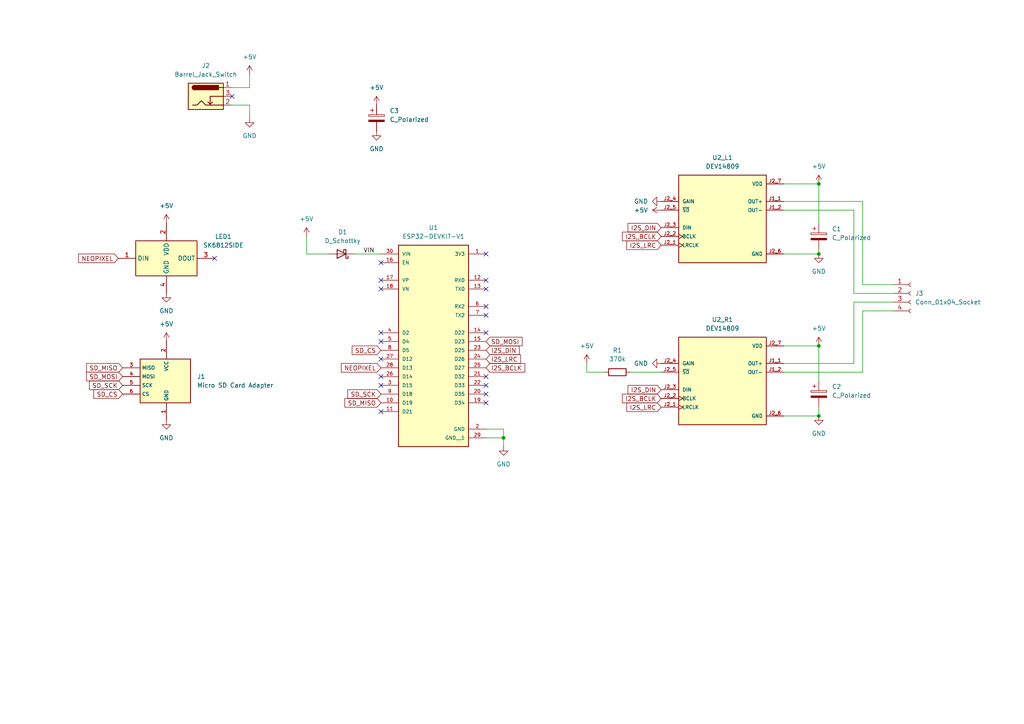
<source format=kicad_sch>
(kicad_sch (version 20231120) (generator "eeschema") (generator_version "8.0")
  (paper "A4")
  (lib_symbols
    (symbol "Connector:Barrel_Jack_Switch" (pin_names hide)
      (property "Reference" "J" (at 0 5.334 0))
      (property "Value" "Barrel_Jack_Switch" (at 0 -5.08 0))
      (symbol "Barrel_Jack_Switch_0_1"
        (rectangle (start -5.08 3.81) (end 5.08 -3.81) (stroke (width 0.254)) (fill (type background)))
        (arc (start -3.302 3.175) (mid -3.9343 2.54) (end -3.302 1.905) (stroke (width 0.254)))
        (arc (start -3.302 3.175) (mid -3.9343 2.54) (end -3.302 1.905) (stroke (width 0.254)) (fill (type outline)))
        (polyline (pts (xy 1.27 -2.286) (xy 1.905 -1.651)) (stroke (width 0.254)))
        (polyline (pts (xy 5.08 2.54) (xy 3.81 2.54)) (stroke (width 0.254)))
        (polyline (pts (xy 5.08 0) (xy 1.27 0) (xy 1.27 -2.286) (xy 0.635 -1.651)) (stroke (width 0.254)))
        (polyline (pts (xy -3.81 -2.54) (xy -2.54 -2.54) (xy -1.27 -1.27) (xy 0 -2.54) (xy 2.54 -2.54) (xy 5.08 -2.54)) (stroke (width 0.254)))
        (rectangle (start 3.683 3.175) (end -3.302 1.905) (stroke (width 0.254)) (fill (type outline)))
      )
      (symbol "Barrel_Jack_Switch_1_1"
        (pin passive line (at 7.62 2.54 180) (length 2.54) (name "~") (number "1"))
        (pin passive line (at 7.62 -2.54 180) (length 2.54) (name "~") (number "2"))
        (pin passive line (at 7.62 0 180) (length 2.54) (name "~") (number "3"))
      )
    )
    (symbol "Connector:Conn_01x04_Socket" (pin_names (offset 1.016) hide)
      (property "Reference" "J" (at 0 5.08 0))
      (property "Value" "Conn_01x04_Socket" (at 0 -7.62 0))
      (symbol "Conn_01x04_Socket_1_1"
        (arc (start 0 -4.572) (mid -0.5058 -5.08) (end 0 -5.588) (stroke (width 0.1524)))
        (arc (start 0 -2.032) (mid -0.5058 -2.54) (end 0 -3.048) (stroke (width 0.1524)))
        (polyline (pts (xy -1.27 -5.08) (xy -0.508 -5.08)) (stroke (width 0.1524)))
        (polyline (pts (xy -1.27 -2.54) (xy -0.508 -2.54)) (stroke (width 0.1524)))
        (polyline (pts (xy -1.27 0) (xy -0.508 0)) (stroke (width 0.1524)))
        (polyline (pts (xy -1.27 2.54) (xy -0.508 2.54)) (stroke (width 0.1524)))
        (arc (start 0 0.508) (mid -0.5058 0) (end 0 -0.508) (stroke (width 0.1524)))
        (arc (start 0 3.048) (mid -0.5058 2.54) (end 0 2.032) (stroke (width 0.1524)))
        (pin passive line (at -5.08 2.54 0) (length 3.81) (name "Pin_1") (number "1"))
        (pin passive line (at -5.08 0 0) (length 3.81) (name "Pin_2") (number "2"))
        (pin passive line (at -5.08 -2.54 0) (length 3.81) (name "Pin_3") (number "3"))
        (pin passive line (at -5.08 -5.08 0) (length 3.81) (name "Pin_4") (number "4"))
      )
    )
    (symbol "Device:C_Polarized" (pin_numbers hide) (pin_names (offset 0.254))
      (property "Reference" "C" (at 0.635 2.54 0))
      (property "Value" "C_Polarized" (at 0.635 -2.54 0))
      (symbol "C_Polarized_0_1"
        (rectangle (start -2.286 0.508) (end 2.286 1.016))
        (polyline (pts (xy -1.778 2.286) (xy -0.762 2.286)))
        (polyline (pts (xy -1.27 2.794) (xy -1.27 1.778)))
        (rectangle (start 2.286 -0.508) (end -2.286 -1.016) (fill (type outline)))
      )
      (symbol "C_Polarized_1_1"
        (pin passive line (at 0 3.81 270) (length 2.794) (name "~") (number "1"))
        (pin passive line (at 0 -3.81 90) (length 2.794) (name "~") (number "2"))
      )
    )
    (symbol "Device:D_Schottky" (pin_numbers hide) (pin_names (offset 1.016) hide)
      (property "Reference" "D" (at 0 2.54 0))
      (property "Value" "D_Schottky" (at 0 -2.54 0))
      (symbol "D_Schottky_0_1"
        (polyline (pts (xy 1.27 0) (xy -1.27 0)))
        (polyline (pts (xy 1.27 1.27) (xy 1.27 -1.27) (xy -1.27 0) (xy 1.27 1.27)) (stroke (width 0.254)))
        (polyline (pts (xy -1.905 0.635) (xy -1.905 1.27) (xy -1.27 1.27) (xy -1.27 -1.27) (xy -0.635 -1.27) (xy -0.635 -0.635)) (stroke (width 0.254)))
      )
      (symbol "D_Schottky_1_1"
        (pin passive line (at -3.81 0 0) (length 2.54) (name "K") (number "1"))
        (pin passive line (at 3.81 0 180) (length 2.54) (name "A") (number "2"))
      )
    )
    (symbol "Device:R" (pin_numbers hide) (pin_names (offset 0))
      (property "Reference" "R" (at 2.032 0 90))
      (property "Value" "R" (at 0 0 90))
      (symbol "R_0_1"
        (rectangle (start -1.016 -2.54) (end 1.016 2.54) (stroke (width 0.254)))
      )
      (symbol "R_1_1"
        (pin passive line (at 0 3.81 270) (length 1.27) (name "~") (number "1"))
        (pin passive line (at 0 -3.81 90) (length 1.27) (name "~") (number "2"))
      )
    )
    (symbol "ESP32-DEVKIT-V1:ESP32-DEVKIT-V1" (pin_names (offset 1.016))
      (property "Reference" "U" (at -10.16 30.48 0))
      (property "Value" "ESP32-DEVKIT-V1" (at -10.16 -33.02 0))
      (symbol "ESP32-DEVKIT-V1_0_0"
        (rectangle (start -10.16 -30.48) (end 10.16 27.94) (stroke (width 0.254)) (fill (type background)))
        (pin output line (at 15.24 25.4 180) (length 5.08) (name "3V3") (number "1"))
        (pin bidirectional line (at -15.24 -17.78 0) (length 5.08) (name "D19") (number "10"))
        (pin bidirectional line (at -15.24 -20.32 0) (length 5.08) (name "D21") (number "11"))
        (pin input line (at 15.24 17.78 180) (length 5.08) (name "RX0") (number "12"))
        (pin output line (at 15.24 15.24 180) (length 5.08) (name "TX0") (number "13"))
        (pin bidirectional line (at 15.24 2.54 180) (length 5.08) (name "D22") (number "14"))
        (pin bidirectional line (at 15.24 0 180) (length 5.08) (name "D23") (number "15"))
        (pin input line (at -15.24 22.86 0) (length 5.08) (name "EN") (number "16"))
        (pin bidirectional line (at -15.24 17.78 0) (length 5.08) (name "VP") (number "17"))
        (pin bidirectional line (at -15.24 15.24 0) (length 5.08) (name "VN") (number "18"))
        (pin bidirectional line (at 15.24 -17.78 180) (length 5.08) (name "D34") (number "19"))
        (pin power_in line (at 15.24 -25.4 180) (length 5.08) (name "GND") (number "2"))
        (pin bidirectional line (at 15.24 -15.24 180) (length 5.08) (name "D35") (number "20"))
        (pin bidirectional line (at 15.24 -10.16 180) (length 5.08) (name "D32") (number "21"))
        (pin bidirectional line (at 15.24 -12.7 180) (length 5.08) (name "D33") (number "22"))
        (pin bidirectional line (at 15.24 -2.54 180) (length 5.08) (name "D25") (number "23"))
        (pin bidirectional line (at 15.24 -5.08 180) (length 5.08) (name "D26") (number "24"))
        (pin bidirectional line (at 15.24 -7.62 180) (length 5.08) (name "D27") (number "25"))
        (pin bidirectional line (at -15.24 -10.16 0) (length 5.08) (name "D14") (number "26"))
        (pin bidirectional line (at -15.24 -5.08 0) (length 5.08) (name "D12") (number "27"))
        (pin bidirectional line (at -15.24 -7.62 0) (length 5.08) (name "D13") (number "28"))
        (pin power_in line (at 15.24 -27.94 180) (length 5.08) (name "GND__1") (number "29"))
        (pin bidirectional line (at -15.24 -12.7 0) (length 5.08) (name "D15") (number "3"))
        (pin input line (at -15.24 25.4 0) (length 5.08) (name "VIN") (number "30"))
        (pin bidirectional line (at -15.24 2.54 0) (length 5.08) (name "D2") (number "4"))
        (pin bidirectional line (at -15.24 0 0) (length 5.08) (name "D4") (number "5"))
        (pin input line (at 15.24 10.16 180) (length 5.08) (name "RX2") (number "6"))
        (pin output line (at 15.24 7.62 180) (length 5.08) (name "TX2") (number "7"))
        (pin bidirectional line (at -15.24 -2.54 0) (length 5.08) (name "D5") (number "8"))
        (pin bidirectional line (at -15.24 -15.24 0) (length 5.08) (name "D18") (number "9"))
      )
    )
    (symbol "MAX98357A:DEV14809" (pin_names (offset 1.016))
      (property "Reference" "U" (at -12.7 12.7 0))
      (property "Value" "DEV14809" (at -12.7 -15.24 0))
      (symbol "DEV14809_0_0"
        (rectangle (start -12.7 -12.7) (end 12.7 12.7) (stroke (width 0.254)) (fill (type background)))
        (pin output line (at 17.78 5.08 180) (length 5.08) (name "OUT+") (number "J1_1"))
        (pin output line (at 17.78 2.54 180) (length 5.08) (name "OUT-") (number "J1_2"))
        (pin input clock (at -17.78 -7.62 0) (length 5.08) (name "LRCLK") (number "J2_1"))
        (pin input clock (at -17.78 -5.08 0) (length 5.08) (name "BCLK") (number "J2_2"))
        (pin input line (at -17.78 -2.54 0) (length 5.08) (name "DIN") (number "J2_3"))
        (pin input line (at -17.78 5.08 0) (length 5.08) (name "GAIN") (number "J2_4"))
        (pin input line (at -17.78 2.54 0) (length 5.08) (name "~{SD}") (number "J2_5"))
        (pin power_in line (at 17.78 -10.16 180) (length 5.08) (name "GND") (number "J2_6"))
        (pin power_in line (at 17.78 10.16 180) (length 5.08) (name "VDD") (number "J2_7"))
      )
    )
    (symbol "SDCardAdapter:SDCardAdapter"
      (property "Reference" "J" (at -6.604 7.62 0))
      (property "Value" "Micro SD Card Adapter" (at 19.304 0 0))
      (symbol "SDCardAdapter_0_1"
        (rectangle (start -7.62 6.35) (end 6.985 -6.35) (stroke (width 0.254)) (fill (type background)))
      )
      (symbol "SDCardAdapter_1_0"
        (pin power_in line (at 0 -11.43 90) (length 5.08) (name "GND") (number "1"))
        (pin power_in line (at 0 11.43 270) (length 5.08) (name "VCC") (number "2"))
        (pin bidirectional line (at -12.7 3.81 0) (length 5.08) (name "MISO") (number "3"))
        (pin bidirectional line (at -12.7 1.27 0) (length 5.08) (name "MOSI") (number "4"))
        (pin bidirectional line (at -12.7 -1.27 0) (length 5.08) (name "SCK") (number "5"))
        (pin bidirectional line (at -12.7 -3.81 0) (length 5.08) (name "CS") (number "6"))
      )
    )
    (symbol "SK6812SIDE:SK6812SIDE"
      (property "Reference" "LED" (at -9.144 7.366 0))
      (property "Value" "SK6812SIDE" (at 0.508 -5.842 0))
      (symbol "SK6812SIDE_1_1"
        (rectangle (start -8.89 5.08) (end 8.89 -5.08) (stroke (width 0.254)) (fill (type background)))
        (pin passive line (at -13.97 0 0) (length 5.08) (name "DIN") (number "1"))
        (pin passive line (at 0 10.16 270) (length 5.08) (name "VDD") (number "2"))
        (pin passive line (at 13.97 0 180) (length 5.08) (name "DOUT") (number "3"))
        (pin passive line (at 0 -10.16 90) (length 5.08) (name "GND") (number "4"))
      )
    )
    (symbol "power:+5V" (power) (pin_numbers hide) (pin_names (offset 0) hide)
      (property "Value" "+5V" (at 0 3.556 0))
      (symbol "+5V_0_1"
        (polyline (pts (xy -0.762 1.27) (xy 0 2.54)))
        (polyline (pts (xy 0 0) (xy 0 2.54)))
        (polyline (pts (xy 0 2.54) (xy 0.762 1.27)))
      )
      (symbol "+5V_1_1"
        (pin power_in line (at 0 0 90) (length 0) (name "~") (number "1"))
      )
    )
    (symbol "power:GND" (power) (pin_numbers hide) (pin_names (offset 0) hide)
      (property "Value" "GND" (at 0 -3.81 0))
      (symbol "GND_0_1"
        (polyline (pts (xy 0 0) (xy 0 -1.27) (xy 1.27 -1.27) (xy 0 -2.54) (xy -1.27 -1.27) (xy 0 -1.27)))
      )
      (symbol "GND_1_1"
        (pin power_in line (at 0 0 270) (length 0) (name "~") (number "1"))
      )
    )
  )
  (junction (at 146.05 127))
  (junction (at 237.49 53.34))
  (junction (at 237.49 120.65))
  (junction (at 237.49 100.33))
  (junction (at 237.49 73.66))
  (no_connect (at 140.97 116.84))
  (no_connect (at 140.97 83.82))
  (no_connect (at 140.97 114.3))
  (no_connect (at 140.97 88.9))
  (no_connect (at 110.49 104.14))
  (no_connect (at 67.31 27.94))
  (no_connect (at 110.49 81.28))
  (no_connect (at 110.49 83.82))
  (no_connect (at 140.97 96.52))
  (no_connect (at 110.49 119.38))
  (no_connect (at 140.97 109.22))
  (no_connect (at 110.49 76.2))
  (no_connect (at 110.49 111.76))
  (no_connect (at 110.49 109.22))
  (no_connect (at 110.49 96.52))
  (no_connect (at 110.49 99.06))
  (no_connect (at 62.23 74.93))
  (no_connect (at 140.97 91.44))
  (no_connect (at 140.97 111.76))
  (no_connect (at 140.97 73.66))
  (no_connect (at 140.97 81.28))
  (wire (pts (xy 237.49 118.11) (xy 237.49 120.65)))
  (wire (pts (xy 259.08 82.55) (xy 250.19 82.55)))
  (wire (pts (xy 237.49 72.39) (xy 237.49 73.66)))
  (wire (pts (xy 250.19 90.17) (xy 250.19 107.95)))
  (wire (pts (xy 170.18 105.41) (xy 170.18 107.95)))
  (wire (pts (xy 227.33 120.65) (xy 237.49 120.65)))
  (wire (pts (xy 247.65 87.63) (xy 259.08 87.63)))
  (wire (pts (xy 250.19 82.55) (xy 250.19 58.42)))
  (wire (pts (xy 237.49 100.33) (xy 227.33 100.33)))
  (wire (pts (xy 72.39 25.4) (xy 67.31 25.4)))
  (wire (pts (xy 247.65 105.41) (xy 227.33 105.41)))
  (wire (pts (xy 250.19 107.95) (xy 227.33 107.95)))
  (wire (pts (xy 247.65 60.96) (xy 247.65 85.09)))
  (wire (pts (xy 237.49 53.34) (xy 237.49 64.77)))
  (wire (pts (xy 72.39 30.48) (xy 72.39 34.29)))
  (wire (pts (xy 227.33 60.96) (xy 247.65 60.96)))
  (wire (pts (xy 72.39 21.59) (xy 72.39 25.4)))
  (wire (pts (xy 146.05 124.46) (xy 146.05 127)))
  (wire (pts (xy 182.88 107.95) (xy 191.77 107.95)))
  (wire (pts (xy 250.19 90.17) (xy 259.08 90.17)))
  (wire (pts (xy 247.65 87.63) (xy 247.65 105.41)))
  (wire (pts (xy 88.9 68.58) (xy 88.9 73.66)))
  (wire (pts (xy 140.97 127) (xy 146.05 127)))
  (wire (pts (xy 227.33 73.66) (xy 237.49 73.66)))
  (wire (pts (xy 227.33 58.42) (xy 250.19 58.42)))
  (wire (pts (xy 170.18 107.95) (xy 175.26 107.95)))
  (wire (pts (xy 88.9 73.66) (xy 95.25 73.66)))
  (wire (pts (xy 102.87 73.66) (xy 110.49 73.66)))
  (wire (pts (xy 67.31 30.48) (xy 72.39 30.48)))
  (wire (pts (xy 237.49 100.33) (xy 237.49 110.49)))
  (wire (pts (xy 247.65 85.09) (xy 259.08 85.09)))
  (wire (pts (xy 146.05 127) (xy 146.05 129.54)))
  (wire (pts (xy 140.97 124.46) (xy 146.05 124.46)))
  (wire (pts (xy 237.49 53.34) (xy 227.33 53.34)))
  (label "VIN" (at 105.41 73.66 0))
  (global_label "I2S_BCLK" (shape input) (at 140.97 106.68 0) (property "Intersheetrefs" "${INTERSHEET_REFS}" (effects (hide yes))))
  (global_label "I2S_LRC" (shape input) (at 191.77 71.12 180) (property "Intersheetrefs" "${INTERSHEET_REFS}" (effects (hide yes))))
  (global_label "I2S_LRC" (shape input) (at 140.97 104.14 0) (property "Intersheetrefs" "${INTERSHEET_REFS}" (effects (hide yes))))
  (global_label "SD_SCK" (shape input) (at 110.49 114.3 180) (property "Intersheetrefs" "${INTERSHEET_REFS}" (effects (hide yes))))
  (global_label "I2S_DIN" (shape input) (at 191.77 66.04 180) (property "Intersheetrefs" "${INTERSHEET_REFS}" (effects (hide yes))))
  (global_label "SD_MOSI" (shape input) (at 140.97 99.06 0) (property "Intersheetrefs" "${INTERSHEET_REFS}" (effects (hide yes))))
  (global_label "SD_MISO" (shape input) (at 35.56 106.68 180) (property "Intersheetrefs" "${INTERSHEET_REFS}" (effects (hide yes))))
  (global_label "I2S_DIN" (shape input) (at 140.97 101.6 0) (property "Intersheetrefs" "${INTERSHEET_REFS}" (effects (hide yes))))
  (global_label "I2S_LRC" (shape input) (at 191.77 118.11 180) (property "Intersheetrefs" "${INTERSHEET_REFS}" (effects (hide yes))))
  (global_label "NEOPIXEL" (shape input) (at 110.49 106.68 180) (property "Intersheetrefs" "${INTERSHEET_REFS}" (effects (hide yes))))
  (global_label "SD_MOSI" (shape input) (at 35.56 109.22 180) (property "Intersheetrefs" "${INTERSHEET_REFS}" (effects (hide yes))))
  (global_label "SD_CS" (shape input) (at 35.56 114.3 180) (property "Intersheetrefs" "${INTERSHEET_REFS}" (effects (hide yes))))
  (global_label "SD_MISO" (shape input) (at 110.49 116.84 180) (property "Intersheetrefs" "${INTERSHEET_REFS}" (effects (hide yes))))
  (global_label "I2S_BCLK" (shape input) (at 191.77 115.57 180) (property "Intersheetrefs" "${INTERSHEET_REFS}" (effects (hide yes))))
  (global_label "I2S_DIN" (shape input) (at 191.77 113.03 180) (property "Intersheetrefs" "${INTERSHEET_REFS}" (effects (hide yes))))
  (global_label "SD_CS" (shape input) (at 110.49 101.6 180) (property "Intersheetrefs" "${INTERSHEET_REFS}" (effects (hide yes))))
  (global_label "SD_SCK" (shape input) (at 35.56 111.76 180) (property "Intersheetrefs" "${INTERSHEET_REFS}" (effects (hide yes))))
  (global_label "I2S_BCLK" (shape input) (at 191.77 68.58 180) (property "Intersheetrefs" "${INTERSHEET_REFS}" (effects (hide yes))))
  (global_label "NEOPIXEL" (shape input) (at 34.29 74.93 180) (property "Intersheetrefs" "${INTERSHEET_REFS}" (effects (hide yes))))
  (symbol (lib_id "SK6812SIDE:SK6812SIDE") (at 48.26 74.93 0) (unit 1)
    (property "Reference" "LED1" (at 64.77 68.6114 0))
    (property "Value" "SK6812SIDE" (at 64.77 71.1514 0))
    (property "Footprint" "SK6812SIDE:SK6812SIDE" (effects (hide yes)))
    (property "Datasheet" "https://www.lcsc.com/product-detail/Light-Emitting-Diodes-LED_OPSCO-Optoelectronics-SK6812SIDE-A-RVS_C2890037.html" (effects (hide yes)))
    (property "Description" "SMD,2x4mm RGB LEDs(Built-in IC) ROHS" (effects (hide yes)))
    (property "Height" "1.6" (effects (hide yes)))
    (property "Manufacturer_Name" "Opsco" (effects (hide yes)))
    (property "Manufacturer_Part_Number" "SK6812SIDE" (effects (hide yes)))
  )
  (symbol (lib_id "power:GND") (at 48.26 121.92 0) (unit 1)
    (property "Reference" "#PWR012" (effects (hide yes)))
    (property "Value" "GND" (at 48.26 127 0))
    (property "Description" "Power symbol creates a global label with name \"GND\" , ground" (effects (hide yes)))
  )
  (symbol (lib_id "power:+5V") (at 48.26 99.06 0) (unit 1)
    (property "Reference" "#PWR014" (effects (hide yes)))
    (property "Value" "+5V" (at 48.26 93.98 0))
    (property "Description" "Power symbol creates a global label with name \"+5V\"" (effects (hide yes)))
  )
  (symbol (lib_id "ESP32-DEVKIT-V1:ESP32-DEVKIT-V1") (at 125.73 99.06 0) (unit 1)
    (property "Reference" "U1" (at 125.73 66.04 0))
    (property "Value" "ESP32-DEVKIT-V1" (at 125.73 68.58 0))
    (property "Footprint" "ESP32-DEVKIT-V1:ESP32_DEVKIT_V1" (effects (hide yes)))
    (property "MF" "Do it" (effects (hide yes)))
    (property "MAXIMUM_PACKAGE_HEIGHT" "6.8 mm" (effects (hide yes)))
    (property "Package" "None" (effects (hide yes)))
    (property "Price" "None" (effects (hide yes)))
    (property "Check_prices" "https://www.snapeda.com/parts/ESP32-DEVKIT-V1/Do+it/view-part/?ref=eda" (effects (hide yes)))
    (property "STANDARD" "Manufacturer Recommendations" (effects (hide yes)))
    (property "PARTREV" "N/A" (effects (hide yes)))
    (property "SnapEDA_Link" "https://www.snapeda.com/parts/ESP32-DEVKIT-V1/Do+it/view-part/?ref=snap" (effects (hide yes)))
    (property "MP" "ESP32-DEVKIT-V1" (effects (hide yes)))
    (property "Description_1" "\nDual core, Wi-Fi: 2.4 GHz up to 150 Mbits/s,BLE (Bluetooth Low Energy) and legacy Bluetooth, 32 bits, Up to 240 MHz\n" (effects (hide yes)))
    (property "Availability" "Not in stock" (effects (hide yes)))
    (property "MANUFACTURER" "DOIT" (effects (hide yes)))
  )
  (symbol (lib_id "power:+5V") (at 191.77 60.96 90) (unit 1)
    (property "Reference" "#PWR016" (effects (hide yes)))
    (property "Value" "+5V" (at 187.96 60.9599 90) (effects (justify left)))
    (property "Description" "Power symbol creates a global label with name \"+5V\"" (effects (hide yes)))
  )
  (symbol (lib_id "Device:C_Polarized") (at 237.49 68.58 0) (unit 1)
    (property "Reference" "C1" (at 241.3 66.4209 0) (effects (justify left)))
    (property "Value" "C_Polarized" (at 241.3 68.9609 0) (effects (justify left)))
    (property "Footprint" "Capacitor_SMD:C_Elec_6.3x7.7" (effects (hide yes)))
    (property "Description" "Polarized capacitor" (effects (hide yes)))
  )
  (symbol (lib_id "Connector:Conn_01x04_Socket") (at 264.16 85.09 0) (unit 1)
    (property "Reference" "J3" (at 265.43 85.0899 0) (effects (justify left)))
    (property "Value" "Conn_01x04_Socket" (at 265.43 87.6299 0) (effects (justify left)))
    (property "Footprint" "TerminalBlock_Phoenix:TerminalBlock_Phoenix_MKDS-1,5-4-5.08_1x04_P5.08mm_Horizontal" (effects (hide yes)))
    (property "Description" "Generic connector, single row, 01x04, script generated" (effects (hide yes)))
  )
  (symbol (lib_id "Device:D_Schottky") (at 99.06 73.66 180) (unit 1)
    (property "Reference" "D1" (at 99.3775 67.31 0))
    (property "Value" "D_Schottky" (at 99.3775 69.85 0))
    (property "Footprint" "Diode_SMD:D_SOD-123" (effects (hide yes)))
    (property "Description" "Schottky diode" (effects (hide yes)))
  )
  (symbol (lib_id "power:GND") (at 237.49 73.66 0) (unit 1)
    (property "Reference" "#PWR04" (effects (hide yes)))
    (property "Value" "GND" (at 237.49 78.74 0))
    (property "Description" "Power symbol creates a global label with name \"GND\" , ground" (effects (hide yes)))
  )
  (symbol (lib_id "power:+5V") (at 237.49 53.34 0) (unit 1)
    (property "Reference" "#PWR01" (effects (hide yes)))
    (property "Value" "+5V" (at 237.49 48.26 0))
    (property "Description" "Power symbol creates a global label with name \"+5V\"" (effects (hide yes)))
  )
  (symbol (lib_id "Device:C_Polarized") (at 237.49 114.3 0) (unit 1)
    (property "Reference" "C2" (at 241.3 112.1409 0) (effects (justify left)))
    (property "Value" "C_Polarized" (at 241.3 114.6809 0) (effects (justify left)))
    (property "Footprint" "Capacitor_SMD:C_Elec_6.3x7.7" (effects (hide yes)))
    (property "Description" "Polarized capacitor" (effects (hide yes)))
  )
  (symbol (lib_id "power:GND") (at 48.26 85.09 0) (unit 1)
    (property "Reference" "#PWR011" (effects (hide yes)))
    (property "Value" "GND" (at 48.26 90.17 0))
    (property "Description" "Power symbol creates a global label with name \"GND\" , ground" (effects (hide yes)))
  )
  (symbol (lib_id "power:GND") (at 146.05 129.54 0) (unit 1)
    (property "Reference" "#PWR010" (effects (hide yes)))
    (property "Value" "GND" (at 146.05 134.62 0))
    (property "Description" "Power symbol creates a global label with name \"GND\" , ground" (effects (hide yes)))
  )
  (symbol (lib_id "MAX98357A:DEV14809") (at 209.55 110.49 0) (unit 1)
    (property "Reference" "U2_R1" (at 209.55 92.71 0))
    (property "Value" "DEV14809" (at 209.55 95.25 0))
    (property "Footprint" "MAX98357A:MAX98357A" (effects (hide yes)))
    (property "MF" "Sparkfun Electronics" (effects (hide yes)))
    (property "Description_1" "\nMAX98357A Audio Interface Audio - Platform Evaluation Expansion Board\n" (effects (hide yes)))
    (property "Package" "None" (effects (hide yes)))
    (property "Price" "None" (effects (hide yes)))
    (property "Check_prices" "https://www.snapeda.com/parts/DEV14809/SparkFun+Electronics/view-part/?ref=eda" (effects (hide yes)))
    (property "STANDARD" "Manufacturer Recommendations" (effects (hide yes)))
    (property "PARTREV" "1.2" (effects (hide yes)))
    (property "SnapEDA_Link" "https://www.snapeda.com/parts/DEV14809/SparkFun+Electronics/view-part/?ref=snap" (effects (hide yes)))
    (property "MP" "DEV14809" (effects (hide yes)))
    (property "Availability" "In Stock" (effects (hide yes)))
    (property "MANUFACTURER" "SparkFun" (effects (hide yes)))
  )
  (symbol (lib_id "Device:C_Polarized") (at 109.22 34.29 0) (unit 1)
    (property "Reference" "C3" (at 113.03 32.1309 0) (effects (justify left)))
    (property "Value" "C_Polarized" (at 113.03 34.6709 0) (effects (justify left)))
    (property "Footprint" "Capacitor_SMD:C_Elec_6.3x7.7" (effects (hide yes)))
    (property "Description" "Polarized capacitor" (effects (hide yes)))
  )
  (symbol (lib_id "power:+5V") (at 170.18 105.41 0) (unit 1)
    (property "Reference" "#PWR03" (effects (hide yes)))
    (property "Value" "+5V" (at 170.18 100.33 0))
    (property "Description" "Power symbol creates a global label with name \"+5V\"" (effects (hide yes)))
  )
  (symbol (lib_id "MAX98357A:DEV14809") (at 209.55 63.5 0) (unit 1)
    (property "Reference" "U2_L1" (at 209.55 45.72 0))
    (property "Value" "DEV14809" (at 209.55 48.26 0))
    (property "Footprint" "MAX98357A:MAX98357A" (effects (hide yes)))
    (property "MF" "Sparkfun Electronics" (effects (hide yes)))
    (property "Description_1" "\nMAX98357A Audio Interface Audio - Platform Evaluation Expansion Board\n" (effects (hide yes)))
    (property "Package" "None" (effects (hide yes)))
    (property "Price" "None" (effects (hide yes)))
    (property "Check_prices" "https://www.snapeda.com/parts/DEV14809/SparkFun+Electronics/view-part/?ref=eda" (effects (hide yes)))
    (property "STANDARD" "Manufacturer Recommendations" (effects (hide yes)))
    (property "PARTREV" "1.2" (effects (hide yes)))
    (property "SnapEDA_Link" "https://www.snapeda.com/parts/DEV14809/SparkFun+Electronics/view-part/?ref=snap" (effects (hide yes)))
    (property "MP" "DEV14809" (effects (hide yes)))
    (property "Availability" "In Stock" (effects (hide yes)))
    (property "MANUFACTURER" "SparkFun" (effects (hide yes)))
  )
  (symbol (lib_id "SDCardAdapter:SDCardAdapter") (at 48.26 110.49 0) (unit 1)
    (property "Reference" "J1" (at 57.15 109.2199 0) (effects (justify left)))
    (property "Value" "Micro SD Card Adapter" (at 57.15 111.7599 0) (effects (justify left)))
    (property "Footprint" "SDCardAdapter:SDCardAdapter" (effects (hide yes)))
  )
  (symbol (lib_id "power:GND") (at 72.39 34.29 0) (unit 1)
    (property "Reference" "#PWR09" (effects (hide yes)))
    (property "Value" "GND" (at 72.39 39.37 0))
    (property "Description" "Power symbol creates a global label with name \"GND\" , ground" (effects (hide yes)))
  )
  (symbol (lib_id "power:GND") (at 191.77 58.42 270) (unit 1)
    (property "Reference" "#PWR06" (effects (hide yes)))
    (property "Value" "GND" (at 187.96 58.4199 90) (effects (justify right)))
    (property "Description" "Power symbol creates a global label with name \"GND\" , ground" (effects (hide yes)))
  )
  (symbol (lib_id "power:GND") (at 191.77 105.41 270) (unit 1)
    (property "Reference" "#PWR07" (effects (hide yes)))
    (property "Value" "GND" (at 187.96 105.4099 90) (effects (justify right)))
    (property "Description" "Power symbol creates a global label with name \"GND\" , ground" (effects (hide yes)))
  )
  (symbol (lib_id "power:+5V") (at 88.9 68.58 0) (unit 1)
    (property "Reference" "#PWR015" (effects (hide yes)))
    (property "Value" "+5V" (at 88.9 63.5 0))
    (property "Description" "Power symbol creates a global label with name \"+5V\"" (effects (hide yes)))
  )
  (symbol (lib_id "Connector:Barrel_Jack_Switch") (at 59.69 27.94 0) (unit 1)
    (property "Reference" "J2" (at 59.69 19.05 0))
    (property "Value" "Barrel_Jack_Switch" (at 59.69 21.59 0))
    (property "Footprint" "Connector_BarrelJack:BarrelJack_Horizontal" (effects (hide yes)))
    (property "Description" "DC Barrel Jack with an internal switch" (effects (hide yes)))
  )
  (symbol (lib_id "power:+5V") (at 109.22 30.48 0) (unit 1)
    (property "Reference" "#PWR017" (effects (hide yes)))
    (property "Value" "+5V" (at 109.22 25.4 0))
    (property "Description" "Power symbol creates a global label with name \"+5V\"" (effects (hide yes)))
  )
  (symbol (lib_id "power:+5V") (at 237.49 100.33 0) (unit 1)
    (property "Reference" "#PWR02" (effects (hide yes)))
    (property "Value" "+5V" (at 237.49 95.25 0))
    (property "Description" "Power symbol creates a global label with name \"+5V\"" (effects (hide yes)))
  )
  (symbol (lib_id "Device:R") (at 179.07 107.95 90) (unit 1)
    (property "Reference" "R1" (at 179.07 101.6 90))
    (property "Value" "370k" (at 179.07 104.14 90))
    (property "Footprint" "Resistor_SMD:R_0805_2012Metric_Pad1.20x1.40mm_HandSolder" (effects (hide yes)))
    (property "Description" "Resistor" (effects (hide yes)))
  )
  (symbol (lib_id "power:GND") (at 237.49 120.65 0) (unit 1)
    (property "Reference" "#PWR05" (effects (hide yes)))
    (property "Value" "GND" (at 237.49 125.73 0))
    (property "Description" "Power symbol creates a global label with name \"GND\" , ground" (effects (hide yes)))
  )
  (symbol (lib_id "power:+5V") (at 72.39 21.59 0) (unit 1)
    (property "Reference" "#PWR08" (effects (hide yes)))
    (property "Value" "+5V" (at 72.39 16.51 0))
    (property "Description" "Power symbol creates a global label with name \"+5V\"" (effects (hide yes)))
  )
  (symbol (lib_id "power:GND") (at 109.22 38.1 0) (unit 1)
    (property "Reference" "#PWR018" (effects (hide yes)))
    (property "Value" "GND" (at 109.22 43.18 0))
    (property "Description" "Power symbol creates a global label with name \"GND\" , ground" (effects (hide yes)))
  )
  (symbol (lib_id "power:+5V") (at 48.26 64.77 0) (unit 1)
    (property "Reference" "#PWR013" (effects (hide yes)))
    (property "Value" "+5V" (at 48.26 59.69 0))
    (property "Description" "Power symbol creates a global label with name \"+5V\"" (effects (hide yes)))
  )
)
</source>
